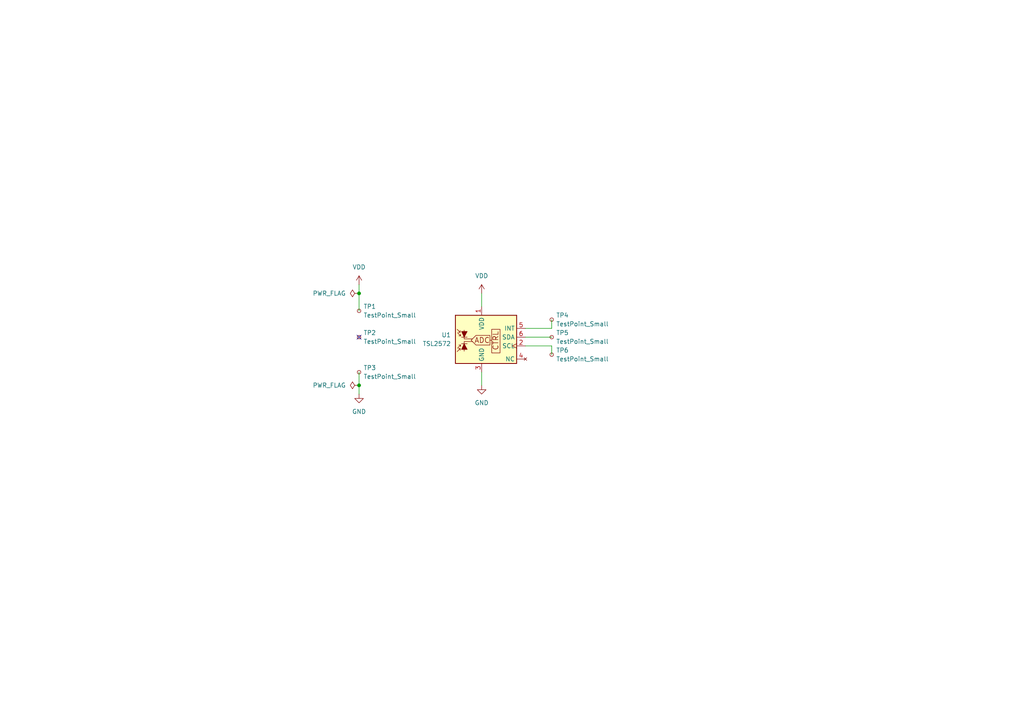
<source format=kicad_sch>
(kicad_sch (version 20211123) (generator eeschema)

  (uuid 9538e4ed-27e6-4c37-b989-9859dc0d49e8)

  (paper "A4")

  (lib_symbols
    (symbol "Connector:TestPoint_Small" (pin_numbers hide) (pin_names (offset 0.762) hide) (in_bom yes) (on_board yes)
      (property "Reference" "TP" (id 0) (at 0 3.81 0)
        (effects (font (size 1.27 1.27)))
      )
      (property "Value" "TestPoint_Small" (id 1) (at 0 2.032 0)
        (effects (font (size 1.27 1.27)))
      )
      (property "Footprint" "" (id 2) (at 5.08 0 0)
        (effects (font (size 1.27 1.27)) hide)
      )
      (property "Datasheet" "~" (id 3) (at 5.08 0 0)
        (effects (font (size 1.27 1.27)) hide)
      )
      (property "ki_keywords" "test point tp" (id 4) (at 0 0 0)
        (effects (font (size 1.27 1.27)) hide)
      )
      (property "ki_description" "test point" (id 5) (at 0 0 0)
        (effects (font (size 1.27 1.27)) hide)
      )
      (property "ki_fp_filters" "Pin* Test*" (id 6) (at 0 0 0)
        (effects (font (size 1.27 1.27)) hide)
      )
      (symbol "TestPoint_Small_0_1"
        (circle (center 0 0) (radius 0.508)
          (stroke (width 0) (type default) (color 0 0 0 0))
          (fill (type none))
        )
      )
      (symbol "TestPoint_Small_1_1"
        (pin passive line (at 0 0 90) (length 0)
          (name "1" (effects (font (size 1.27 1.27))))
          (number "1" (effects (font (size 1.27 1.27))))
        )
      )
    )
    (symbol "power:GND" (power) (pin_names (offset 0)) (in_bom yes) (on_board yes)
      (property "Reference" "#PWR" (id 0) (at 0 -6.35 0)
        (effects (font (size 1.27 1.27)) hide)
      )
      (property "Value" "GND" (id 1) (at 0 -3.81 0)
        (effects (font (size 1.27 1.27)))
      )
      (property "Footprint" "" (id 2) (at 0 0 0)
        (effects (font (size 1.27 1.27)) hide)
      )
      (property "Datasheet" "" (id 3) (at 0 0 0)
        (effects (font (size 1.27 1.27)) hide)
      )
      (property "ki_keywords" "power-flag" (id 4) (at 0 0 0)
        (effects (font (size 1.27 1.27)) hide)
      )
      (property "ki_description" "Power symbol creates a global label with name \"GND\" , ground" (id 5) (at 0 0 0)
        (effects (font (size 1.27 1.27)) hide)
      )
      (symbol "GND_0_1"
        (polyline
          (pts
            (xy 0 0)
            (xy 0 -1.27)
            (xy 1.27 -1.27)
            (xy 0 -2.54)
            (xy -1.27 -1.27)
            (xy 0 -1.27)
          )
          (stroke (width 0) (type default) (color 0 0 0 0))
          (fill (type none))
        )
      )
      (symbol "GND_1_1"
        (pin power_in line (at 0 0 270) (length 0) hide
          (name "GND" (effects (font (size 1.27 1.27))))
          (number "1" (effects (font (size 1.27 1.27))))
        )
      )
    )
    (symbol "power:PWR_FLAG" (power) (pin_numbers hide) (pin_names (offset 0) hide) (in_bom yes) (on_board yes)
      (property "Reference" "#FLG" (id 0) (at 0 1.905 0)
        (effects (font (size 1.27 1.27)) hide)
      )
      (property "Value" "PWR_FLAG" (id 1) (at 0 3.81 0)
        (effects (font (size 1.27 1.27)))
      )
      (property "Footprint" "" (id 2) (at 0 0 0)
        (effects (font (size 1.27 1.27)) hide)
      )
      (property "Datasheet" "~" (id 3) (at 0 0 0)
        (effects (font (size 1.27 1.27)) hide)
      )
      (property "ki_keywords" "power-flag" (id 4) (at 0 0 0)
        (effects (font (size 1.27 1.27)) hide)
      )
      (property "ki_description" "Special symbol for telling ERC where power comes from" (id 5) (at 0 0 0)
        (effects (font (size 1.27 1.27)) hide)
      )
      (symbol "PWR_FLAG_0_0"
        (pin power_out line (at 0 0 90) (length 0)
          (name "pwr" (effects (font (size 1.27 1.27))))
          (number "1" (effects (font (size 1.27 1.27))))
        )
      )
      (symbol "PWR_FLAG_0_1"
        (polyline
          (pts
            (xy 0 0)
            (xy 0 1.27)
            (xy -1.016 1.905)
            (xy 0 2.54)
            (xy 1.016 1.905)
            (xy 0 1.27)
          )
          (stroke (width 0) (type default) (color 0 0 0 0))
          (fill (type none))
        )
      )
    )
    (symbol "power:VDD" (power) (pin_names (offset 0)) (in_bom yes) (on_board yes)
      (property "Reference" "#PWR" (id 0) (at 0 -3.81 0)
        (effects (font (size 1.27 1.27)) hide)
      )
      (property "Value" "VDD" (id 1) (at 0 3.81 0)
        (effects (font (size 1.27 1.27)))
      )
      (property "Footprint" "" (id 2) (at 0 0 0)
        (effects (font (size 1.27 1.27)) hide)
      )
      (property "Datasheet" "" (id 3) (at 0 0 0)
        (effects (font (size 1.27 1.27)) hide)
      )
      (property "ki_keywords" "power-flag" (id 4) (at 0 0 0)
        (effects (font (size 1.27 1.27)) hide)
      )
      (property "ki_description" "Power symbol creates a global label with name \"VDD\"" (id 5) (at 0 0 0)
        (effects (font (size 1.27 1.27)) hide)
      )
      (symbol "VDD_0_1"
        (polyline
          (pts
            (xy -0.762 1.27)
            (xy 0 2.54)
          )
          (stroke (width 0) (type default) (color 0 0 0 0))
          (fill (type none))
        )
        (polyline
          (pts
            (xy 0 0)
            (xy 0 2.54)
          )
          (stroke (width 0) (type default) (color 0 0 0 0))
          (fill (type none))
        )
        (polyline
          (pts
            (xy 0 2.54)
            (xy 0.762 1.27)
          )
          (stroke (width 0) (type default) (color 0 0 0 0))
          (fill (type none))
        )
      )
      (symbol "VDD_1_1"
        (pin power_in line (at 0 0 90) (length 0) hide
          (name "VDD" (effects (font (size 1.27 1.27))))
          (number "1" (effects (font (size 1.27 1.27))))
        )
      )
    )
    (symbol "this:TSL2572" (in_bom yes) (on_board yes)
      (property "Reference" "U" (id 0) (at -7.62 8.89 0)
        (effects (font (size 1.27 1.27)) (justify left))
      )
      (property "Value" "TSL2572" (id 1) (at 1.27 7.62 0)
        (effects (font (size 1.27 1.27)) (justify left))
      )
      (property "Footprint" "this:AMS_TSL2572_SMD" (id 2) (at 0 -12.7 0)
        (effects (font (size 1.27 1.27)) hide)
      )
      (property "Datasheet" "https://ams.com/documents/20143/36005/TSL2572_DS000178_4-00.pdf" (id 3) (at 15.24 12.7 0)
        (effects (font (size 1.27 1.27)) hide)
      )
      (property "ki_keywords" "opto ambient light sensor" (id 4) (at 0 0 0)
        (effects (font (size 1.27 1.27)) hide)
      )
      (property "ki_description" "Ambient Light Sensor with SMbus Interface, T-4 interface SMD" (id 5) (at 0 0 0)
        (effects (font (size 1.27 1.27)) hide)
      )
      (property "ki_fp_filters" "AMS*TSL2550*SMD*" (id 6) (at 0 0 0)
        (effects (font (size 1.27 1.27)) hide)
      )
      (symbol "TSL2572_0_0"
        (polyline
          (pts
            (xy 2.413 -0.889)
            (xy 2.794 -0.889)
          )
          (stroke (width 0) (type default) (color 0 0 0 0))
          (fill (type none))
        )
        (polyline
          (pts
            (xy -5.08 -4.064)
            (xy -5.08 -1.27)
            (xy -2.667 -1.27)
          )
          (stroke (width 0) (type default) (color 0 0 0 0))
          (fill (type none))
        )
        (polyline
          (pts
            (xy -5.08 2.032)
            (xy -5.08 -0.508)
            (xy -2.667 -0.508)
          )
          (stroke (width 0) (type default) (color 0 0 0 0))
          (fill (type none))
        )
        (polyline
          (pts
            (xy -3.048 -0.889)
            (xy -1.651 -2.286)
            (xy 2.413 -2.286)
            (xy 2.413 -0.889)
          )
          (stroke (width 0) (type default) (color 0 0 0 0))
          (fill (type none))
        )
        (polyline
          (pts
            (xy -3.048 -0.889)
            (xy -1.651 0.508)
            (xy 2.413 0.508)
            (xy 2.413 -0.889)
          )
          (stroke (width 0) (type default) (color 0 0 0 0))
          (fill (type none))
        )
        (rectangle (start 2.921 2.286) (end 5.334 -4.572)
          (stroke (width 0) (type default) (color 0 0 0 0))
          (fill (type none))
        )
        (text "ADC" (at 0.127 -0.889 0)
          (effects (font (size 1.524 1.524)))
        )
        (text "CTRL" (at 4.064 -1.016 900)
          (effects (font (size 1.524 1.524)))
        )
      )
      (symbol "TSL2572_0_1"
        (rectangle (start -7.62 6.35) (end 10.16 -7.62)
          (stroke (width 0.254) (type default) (color 0 0 0 0))
          (fill (type background))
        )
        (polyline
          (pts
            (xy -6.223 -3.302)
            (xy -7.112 -4.191)
          )
          (stroke (width 0) (type default) (color 0 0 0 0))
          (fill (type none))
        )
        (polyline
          (pts
            (xy -6.223 -3.302)
            (xy -6.731 -3.302)
          )
          (stroke (width 0) (type default) (color 0 0 0 0))
          (fill (type none))
        )
        (polyline
          (pts
            (xy -6.223 -3.302)
            (xy -6.223 -3.81)
          )
          (stroke (width 0) (type default) (color 0 0 0 0))
          (fill (type none))
        )
        (polyline
          (pts
            (xy -6.223 1.397)
            (xy -7.112 2.286)
          )
          (stroke (width 0) (type default) (color 0 0 0 0))
          (fill (type none))
        )
        (polyline
          (pts
            (xy -6.223 1.397)
            (xy -6.731 1.397)
          )
          (stroke (width 0) (type default) (color 0 0 0 0))
          (fill (type none))
        )
        (polyline
          (pts
            (xy -6.223 1.397)
            (xy -6.223 1.905)
          )
          (stroke (width 0) (type default) (color 0 0 0 0))
          (fill (type none))
        )
        (polyline
          (pts
            (xy -6.096 -2.286)
            (xy -6.985 -3.175)
          )
          (stroke (width 0) (type default) (color 0 0 0 0))
          (fill (type none))
        )
        (polyline
          (pts
            (xy -6.096 -2.286)
            (xy -6.604 -2.286)
          )
          (stroke (width 0) (type default) (color 0 0 0 0))
          (fill (type none))
        )
        (polyline
          (pts
            (xy -6.096 -2.286)
            (xy -6.096 -2.794)
          )
          (stroke (width 0) (type default) (color 0 0 0 0))
          (fill (type none))
        )
        (polyline
          (pts
            (xy -6.096 0.381)
            (xy -6.985 1.27)
          )
          (stroke (width 0) (type default) (color 0 0 0 0))
          (fill (type none))
        )
        (polyline
          (pts
            (xy -6.096 0.381)
            (xy -6.604 0.381)
          )
          (stroke (width 0) (type default) (color 0 0 0 0))
          (fill (type none))
        )
        (polyline
          (pts
            (xy -6.096 0.381)
            (xy -6.096 0.889)
          )
          (stroke (width 0) (type default) (color 0 0 0 0))
          (fill (type none))
        )
        (polyline
          (pts
            (xy -5.842 -1.905)
            (xy -4.191 -1.905)
          )
          (stroke (width 0) (type default) (color 0 0 0 0))
          (fill (type none))
        )
        (polyline
          (pts
            (xy -5.842 0)
            (xy -4.191 0)
          )
          (stroke (width 0) (type default) (color 0 0 0 0))
          (fill (type none))
        )
        (polyline
          (pts
            (xy -5.842 -3.556)
            (xy -4.191 -3.556)
            (xy -5.08 -1.905)
            (xy -5.842 -3.556)
          )
          (stroke (width 0) (type default) (color 0 0 0 0))
          (fill (type outline))
        )
        (polyline
          (pts
            (xy -5.842 1.651)
            (xy -4.191 1.651)
            (xy -5.08 0)
            (xy -5.842 1.651)
          )
          (stroke (width 0) (type default) (color 0 0 0 0))
          (fill (type outline))
        )
      )
      (symbol "TSL2572_1_1"
        (pin power_in line (at 0 8.89 270) (length 2.54)
          (name "VDD" (effects (font (size 1.27 1.27))))
          (number "1" (effects (font (size 1.27 1.27))))
        )
        (pin input clock (at 12.7 -2.54 180) (length 2.54)
          (name "SCL" (effects (font (size 1.27 1.27))))
          (number "2" (effects (font (size 1.27 1.27))))
        )
        (pin power_in line (at 0 -10.16 90) (length 2.54)
          (name "GND" (effects (font (size 1.27 1.27))))
          (number "3" (effects (font (size 1.27 1.27))))
        )
        (pin no_connect line (at 12.7 -6.35 180) (length 2.54)
          (name "NC" (effects (font (size 1.27 1.27))))
          (number "4" (effects (font (size 1.27 1.27))))
        )
        (pin output line (at 12.7 2.54 180) (length 2.54)
          (name "INT" (effects (font (size 1.27 1.27))))
          (number "5" (effects (font (size 1.27 1.27))))
        )
        (pin bidirectional line (at 12.7 0 180) (length 2.54)
          (name "SDA" (effects (font (size 1.27 1.27))))
          (number "6" (effects (font (size 1.27 1.27))))
        )
      )
    )
  )

  (junction (at 104.14 111.76) (diameter 0) (color 0 0 0 0)
    (uuid d9fcb83b-f81c-4440-9f55-13581464dac7)
  )
  (junction (at 104.14 85.09) (diameter 0) (color 0 0 0 0)
    (uuid de7048fe-0ff9-46d4-bd29-f0daa8fe03e8)
  )

  (no_connect (at 104.14 97.79) (uuid 91768064-9473-46e6-b6c6-6605af843048))

  (wire (pts (xy 139.7 107.95) (xy 139.7 111.76))
    (stroke (width 0) (type default) (color 0 0 0 0))
    (uuid 124dfe11-9473-4dfd-bfa1-aae6898528c9)
  )
  (wire (pts (xy 104.14 82.55) (xy 104.14 85.09))
    (stroke (width 0) (type default) (color 0 0 0 0))
    (uuid 281748a9-999e-481a-9073-64961affd99f)
  )
  (wire (pts (xy 104.14 111.76) (xy 104.14 114.3))
    (stroke (width 0) (type default) (color 0 0 0 0))
    (uuid 29fced8c-1ebe-40cb-b1e3-402f3baf747c)
  )
  (wire (pts (xy 152.4 95.25) (xy 160.02 95.25))
    (stroke (width 0) (type default) (color 0 0 0 0))
    (uuid 39940861-c3fe-4861-bc12-ec15c63cf3e2)
  )
  (wire (pts (xy 152.4 100.33) (xy 160.02 100.33))
    (stroke (width 0) (type default) (color 0 0 0 0))
    (uuid 4aeea3cb-ea24-482c-8ccf-3c66fcd0c7c5)
  )
  (wire (pts (xy 104.14 85.09) (xy 104.14 90.17))
    (stroke (width 0) (type default) (color 0 0 0 0))
    (uuid 5efd447f-4089-4ecd-8fa0-fe728d314aeb)
  )
  (wire (pts (xy 160.02 100.33) (xy 160.02 102.87))
    (stroke (width 0) (type default) (color 0 0 0 0))
    (uuid ab09f810-2a86-4c3f-bdd3-700ccc1ef602)
  )
  (wire (pts (xy 139.7 85.09) (xy 139.7 88.9))
    (stroke (width 0) (type default) (color 0 0 0 0))
    (uuid b6eb03cf-7bbe-4be2-a638-61fca6497c66)
  )
  (wire (pts (xy 152.4 97.79) (xy 160.02 97.79))
    (stroke (width 0) (type default) (color 0 0 0 0))
    (uuid ca5e6812-eec2-461d-8a7d-968f1a5eba66)
  )
  (wire (pts (xy 104.14 107.95) (xy 104.14 111.76))
    (stroke (width 0) (type default) (color 0 0 0 0))
    (uuid e3fbc74b-2646-4ebe-accc-fe218eac1879)
  )
  (wire (pts (xy 160.02 92.71) (xy 160.02 95.25))
    (stroke (width 0) (type default) (color 0 0 0 0))
    (uuid fce317d3-a3ed-42a6-a48d-03f448367a81)
  )

  (symbol (lib_id "Connector:TestPoint_Small") (at 104.14 107.95 0) (unit 1)
    (in_bom yes) (on_board yes) (fields_autoplaced)
    (uuid 041f63c4-2439-4ad1-9f17-399598df4279)
    (property "Reference" "TP3" (id 0) (at 105.41 106.6799 0)
      (effects (font (size 1.27 1.27)) (justify left))
    )
    (property "Value" "" (id 1) (at 105.41 109.2199 0)
      (effects (font (size 1.27 1.27)) (justify left))
    )
    (property "Footprint" "" (id 2) (at 109.22 107.95 0)
      (effects (font (size 1.27 1.27)) hide)
    )
    (property "Datasheet" "~" (id 3) (at 109.22 107.95 0)
      (effects (font (size 1.27 1.27)) hide)
    )
    (pin "1" (uuid 1def31af-65fc-4b74-b409-f61a4e9c11c4))
  )

  (symbol (lib_id "Connector:TestPoint_Small") (at 160.02 92.71 0) (unit 1)
    (in_bom yes) (on_board yes) (fields_autoplaced)
    (uuid 10fed471-582d-4859-9e99-ddcc083ad12e)
    (property "Reference" "TP4" (id 0) (at 161.29 91.4399 0)
      (effects (font (size 1.27 1.27)) (justify left))
    )
    (property "Value" "" (id 1) (at 161.29 93.9799 0)
      (effects (font (size 1.27 1.27)) (justify left))
    )
    (property "Footprint" "" (id 2) (at 165.1 92.71 0)
      (effects (font (size 1.27 1.27)) hide)
    )
    (property "Datasheet" "~" (id 3) (at 165.1 92.71 0)
      (effects (font (size 1.27 1.27)) hide)
    )
    (pin "1" (uuid c48c6edd-8154-4701-8b07-6c1c2944d542))
  )

  (symbol (lib_id "power:GND") (at 104.14 114.3 0) (unit 1)
    (in_bom yes) (on_board yes) (fields_autoplaced)
    (uuid 29a2d3d9-df45-4314-9718-10a08584856f)
    (property "Reference" "#PWR02" (id 0) (at 104.14 120.65 0)
      (effects (font (size 1.27 1.27)) hide)
    )
    (property "Value" "" (id 1) (at 104.14 119.38 0))
    (property "Footprint" "" (id 2) (at 104.14 114.3 0)
      (effects (font (size 1.27 1.27)) hide)
    )
    (property "Datasheet" "" (id 3) (at 104.14 114.3 0)
      (effects (font (size 1.27 1.27)) hide)
    )
    (pin "1" (uuid 6bcd2492-0ff3-4304-b0af-3ad8046e1e83))
  )

  (symbol (lib_id "Connector:TestPoint_Small") (at 160.02 102.87 0) (unit 1)
    (in_bom yes) (on_board yes) (fields_autoplaced)
    (uuid 48ae59b5-fdce-4ae5-bb5d-27446682efc6)
    (property "Reference" "TP6" (id 0) (at 161.29 101.5999 0)
      (effects (font (size 1.27 1.27)) (justify left))
    )
    (property "Value" "" (id 1) (at 161.29 104.1399 0)
      (effects (font (size 1.27 1.27)) (justify left))
    )
    (property "Footprint" "" (id 2) (at 165.1 102.87 0)
      (effects (font (size 1.27 1.27)) hide)
    )
    (property "Datasheet" "~" (id 3) (at 165.1 102.87 0)
      (effects (font (size 1.27 1.27)) hide)
    )
    (pin "1" (uuid cd3efe43-4269-4e25-9c1b-161b2007a072))
  )

  (symbol (lib_id "power:GND") (at 139.7 111.76 0) (unit 1)
    (in_bom yes) (on_board yes) (fields_autoplaced)
    (uuid 515f6248-a0b2-4a9d-be98-5c430aa57a07)
    (property "Reference" "#PWR04" (id 0) (at 139.7 118.11 0)
      (effects (font (size 1.27 1.27)) hide)
    )
    (property "Value" "" (id 1) (at 139.7 116.84 0))
    (property "Footprint" "" (id 2) (at 139.7 111.76 0)
      (effects (font (size 1.27 1.27)) hide)
    )
    (property "Datasheet" "" (id 3) (at 139.7 111.76 0)
      (effects (font (size 1.27 1.27)) hide)
    )
    (pin "1" (uuid 2e68dea7-cedc-4ad4-8efc-ca97adf6e8ab))
  )

  (symbol (lib_id "power:VDD") (at 139.7 85.09 0) (unit 1)
    (in_bom yes) (on_board yes) (fields_autoplaced)
    (uuid 6354d221-966e-457e-ab11-dcbafd990a02)
    (property "Reference" "#PWR03" (id 0) (at 139.7 88.9 0)
      (effects (font (size 1.27 1.27)) hide)
    )
    (property "Value" "" (id 1) (at 139.7 80.01 0))
    (property "Footprint" "" (id 2) (at 139.7 85.09 0)
      (effects (font (size 1.27 1.27)) hide)
    )
    (property "Datasheet" "" (id 3) (at 139.7 85.09 0)
      (effects (font (size 1.27 1.27)) hide)
    )
    (pin "1" (uuid 15532af6-c84e-4345-bc6a-e77542514b5c))
  )

  (symbol (lib_id "Connector:TestPoint_Small") (at 160.02 97.79 0) (unit 1)
    (in_bom yes) (on_board yes) (fields_autoplaced)
    (uuid 7187c793-aefd-4bee-baf4-810be6f1315c)
    (property "Reference" "TP5" (id 0) (at 161.29 96.5199 0)
      (effects (font (size 1.27 1.27)) (justify left))
    )
    (property "Value" "" (id 1) (at 161.29 99.0599 0)
      (effects (font (size 1.27 1.27)) (justify left))
    )
    (property "Footprint" "" (id 2) (at 165.1 97.79 0)
      (effects (font (size 1.27 1.27)) hide)
    )
    (property "Datasheet" "~" (id 3) (at 165.1 97.79 0)
      (effects (font (size 1.27 1.27)) hide)
    )
    (pin "1" (uuid dae6a105-bee4-4f0a-ab12-7124a8423191))
  )

  (symbol (lib_id "power:VDD") (at 104.14 82.55 0) (unit 1)
    (in_bom yes) (on_board yes) (fields_autoplaced)
    (uuid 9da5db70-40b0-4be3-836b-60c53b1796cf)
    (property "Reference" "#PWR01" (id 0) (at 104.14 86.36 0)
      (effects (font (size 1.27 1.27)) hide)
    )
    (property "Value" "" (id 1) (at 104.14 77.47 0))
    (property "Footprint" "" (id 2) (at 104.14 82.55 0)
      (effects (font (size 1.27 1.27)) hide)
    )
    (property "Datasheet" "" (id 3) (at 104.14 82.55 0)
      (effects (font (size 1.27 1.27)) hide)
    )
    (pin "1" (uuid 24d5866a-fa87-4b5c-bbf3-11a04b93a6cd))
  )

  (symbol (lib_id "power:PWR_FLAG") (at 104.14 85.09 90) (unit 1)
    (in_bom yes) (on_board yes) (fields_autoplaced)
    (uuid b5f096e8-df8d-4f5d-8615-f91f211ba614)
    (property "Reference" "#FLG0101" (id 0) (at 102.235 85.09 0)
      (effects (font (size 1.27 1.27)) hide)
    )
    (property "Value" "" (id 1) (at 100.33 85.0899 90)
      (effects (font (size 1.27 1.27)) (justify left))
    )
    (property "Footprint" "" (id 2) (at 104.14 85.09 0)
      (effects (font (size 1.27 1.27)) hide)
    )
    (property "Datasheet" "~" (id 3) (at 104.14 85.09 0)
      (effects (font (size 1.27 1.27)) hide)
    )
    (pin "1" (uuid 72b90288-52b6-4ccf-895e-9a4817c18369))
  )

  (symbol (lib_id "this:TSL2572") (at 139.7 97.79 0) (unit 1)
    (in_bom yes) (on_board yes) (fields_autoplaced)
    (uuid cd615c59-3c8a-4c79-9b94-8557de2f3112)
    (property "Reference" "U1" (id 0) (at 130.81 97.1549 0)
      (effects (font (size 1.27 1.27)) (justify right))
    )
    (property "Value" "" (id 1) (at 130.81 99.6949 0)
      (effects (font (size 1.27 1.27)) (justify right))
    )
    (property "Footprint" "" (id 2) (at 139.7 110.49 0)
      (effects (font (size 1.27 1.27)) hide)
    )
    (property "Datasheet" "https://ams.com/documents/20143/36005/TSL2572_DS000178_4-00.pdf" (id 3) (at 154.94 85.09 0)
      (effects (font (size 1.27 1.27)) hide)
    )
    (pin "1" (uuid 85790bbe-d428-46c6-b949-60961e6d1d6c))
    (pin "2" (uuid cacf80f4-b4e4-44a3-b4d7-22356ee29e57))
    (pin "3" (uuid e59f0d71-b8d6-4ae8-83c6-e6341a2612c0))
    (pin "4" (uuid ae7bafc0-16e9-48a3-8c18-5b37c67fb48d))
    (pin "5" (uuid 4e79869e-4748-4f38-a72b-55d854d20c01))
    (pin "6" (uuid 079acbcc-0518-4c18-bab4-e23dfcedc28f))
  )

  (symbol (lib_id "power:PWR_FLAG") (at 104.14 111.76 90) (unit 1)
    (in_bom yes) (on_board yes) (fields_autoplaced)
    (uuid d0f91df4-8048-4565-a6bd-d2a0c40df07d)
    (property "Reference" "#FLG0102" (id 0) (at 102.235 111.76 0)
      (effects (font (size 1.27 1.27)) hide)
    )
    (property "Value" "" (id 1) (at 100.33 111.7599 90)
      (effects (font (size 1.27 1.27)) (justify left))
    )
    (property "Footprint" "" (id 2) (at 104.14 111.76 0)
      (effects (font (size 1.27 1.27)) hide)
    )
    (property "Datasheet" "~" (id 3) (at 104.14 111.76 0)
      (effects (font (size 1.27 1.27)) hide)
    )
    (pin "1" (uuid 40c81882-12a1-44ce-b4a5-c3b7bfcf15de))
  )

  (symbol (lib_id "Connector:TestPoint_Small") (at 104.14 90.17 0) (unit 1)
    (in_bom yes) (on_board yes) (fields_autoplaced)
    (uuid ea58183c-f600-4899-9f04-151bf2aa5b76)
    (property "Reference" "TP1" (id 0) (at 105.41 88.8999 0)
      (effects (font (size 1.27 1.27)) (justify left))
    )
    (property "Value" "" (id 1) (at 105.41 91.4399 0)
      (effects (font (size 1.27 1.27)) (justify left))
    )
    (property "Footprint" "" (id 2) (at 109.22 90.17 0)
      (effects (font (size 1.27 1.27)) hide)
    )
    (property "Datasheet" "~" (id 3) (at 109.22 90.17 0)
      (effects (font (size 1.27 1.27)) hide)
    )
    (pin "1" (uuid a102fd8b-1707-4577-afd2-66026134731c))
  )

  (symbol (lib_id "Connector:TestPoint_Small") (at 104.14 97.79 0) (unit 1)
    (in_bom yes) (on_board yes) (fields_autoplaced)
    (uuid f4ed275d-324e-4db3-941f-f7d1965ead1b)
    (property "Reference" "TP2" (id 0) (at 105.41 96.5199 0)
      (effects (font (size 1.27 1.27)) (justify left))
    )
    (property "Value" "" (id 1) (at 105.41 99.0599 0)
      (effects (font (size 1.27 1.27)) (justify left))
    )
    (property "Footprint" "" (id 2) (at 109.22 97.79 0)
      (effects (font (size 1.27 1.27)) hide)
    )
    (property "Datasheet" "~" (id 3) (at 109.22 97.79 0)
      (effects (font (size 1.27 1.27)) hide)
    )
    (pin "1" (uuid 8b31d20f-2ef5-4964-a3ac-77d912fc78b2))
  )

  (sheet_instances
    (path "/" (page "1"))
  )

  (symbol_instances
    (path "/b5f096e8-df8d-4f5d-8615-f91f211ba614"
      (reference "#FLG0101") (unit 1) (value "PWR_FLAG") (footprint "")
    )
    (path "/d0f91df4-8048-4565-a6bd-d2a0c40df07d"
      (reference "#FLG0102") (unit 1) (value "PWR_FLAG") (footprint "")
    )
    (path "/9da5db70-40b0-4be3-836b-60c53b1796cf"
      (reference "#PWR01") (unit 1) (value "VDD") (footprint "")
    )
    (path "/29a2d3d9-df45-4314-9718-10a08584856f"
      (reference "#PWR02") (unit 1) (value "GND") (footprint "")
    )
    (path "/6354d221-966e-457e-ab11-dcbafd990a02"
      (reference "#PWR03") (unit 1) (value "VDD") (footprint "")
    )
    (path "/515f6248-a0b2-4a9d-be98-5c430aa57a07"
      (reference "#PWR04") (unit 1) (value "GND") (footprint "")
    )
    (path "/ea58183c-f600-4899-9f04-151bf2aa5b76"
      (reference "TP1") (unit 1) (value "TestPoint_Small") (footprint "Connector_PinHeader_2.54mm:PinHeader_1x01_P2.54mm_Vertical")
    )
    (path "/f4ed275d-324e-4db3-941f-f7d1965ead1b"
      (reference "TP2") (unit 1) (value "TestPoint_Small") (footprint "Connector_PinHeader_2.54mm:PinHeader_1x01_P2.54mm_Vertical")
    )
    (path "/041f63c4-2439-4ad1-9f17-399598df4279"
      (reference "TP3") (unit 1) (value "TestPoint_Small") (footprint "Connector_PinHeader_2.54mm:PinHeader_1x01_P2.54mm_Vertical")
    )
    (path "/10fed471-582d-4859-9e99-ddcc083ad12e"
      (reference "TP4") (unit 1) (value "TestPoint_Small") (footprint "Connector_PinHeader_2.54mm:PinHeader_1x01_P2.54mm_Vertical")
    )
    (path "/7187c793-aefd-4bee-baf4-810be6f1315c"
      (reference "TP5") (unit 1) (value "TestPoint_Small") (footprint "Connector_PinHeader_2.54mm:PinHeader_1x01_P2.54mm_Vertical")
    )
    (path "/48ae59b5-fdce-4ae5-bb5d-27446682efc6"
      (reference "TP6") (unit 1) (value "TestPoint_Small") (footprint "Connector_PinHeader_2.54mm:PinHeader_1x01_P2.54mm_Vertical")
    )
    (path "/cd615c59-3c8a-4c79-9b94-8557de2f3112"
      (reference "U1") (unit 1) (value "TSL2572") (footprint "this:AMS_TSL2572_SMD")
    )
  )
)

</source>
